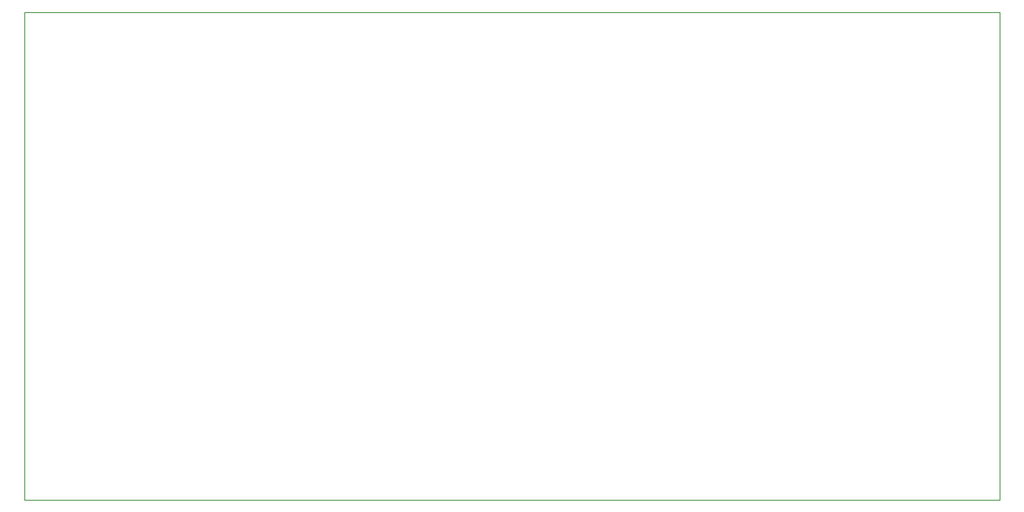
<source format=gbr>
%TF.GenerationSoftware,KiCad,Pcbnew,(5.1.9)-1*%
%TF.CreationDate,2021-03-19T17:10:50+05:30*%
%TF.ProjectId,PWM Based DC Motor Speed Controller,50574d20-4261-4736-9564-204443204d6f,rev?*%
%TF.SameCoordinates,Original*%
%TF.FileFunction,Profile,NP*%
%FSLAX46Y46*%
G04 Gerber Fmt 4.6, Leading zero omitted, Abs format (unit mm)*
G04 Created by KiCad (PCBNEW (5.1.9)-1) date 2021-03-19 17:10:50*
%MOMM*%
%LPD*%
G01*
G04 APERTURE LIST*
%TA.AperFunction,Profile*%
%ADD10C,0.050000*%
%TD*%
G04 APERTURE END LIST*
D10*
X182880000Y-73660000D02*
X81280000Y-73660000D01*
X182880000Y-124460000D02*
X182880000Y-73660000D01*
X81280000Y-124460000D02*
X182880000Y-124460000D01*
X81280000Y-73660000D02*
X81280000Y-124460000D01*
M02*

</source>
